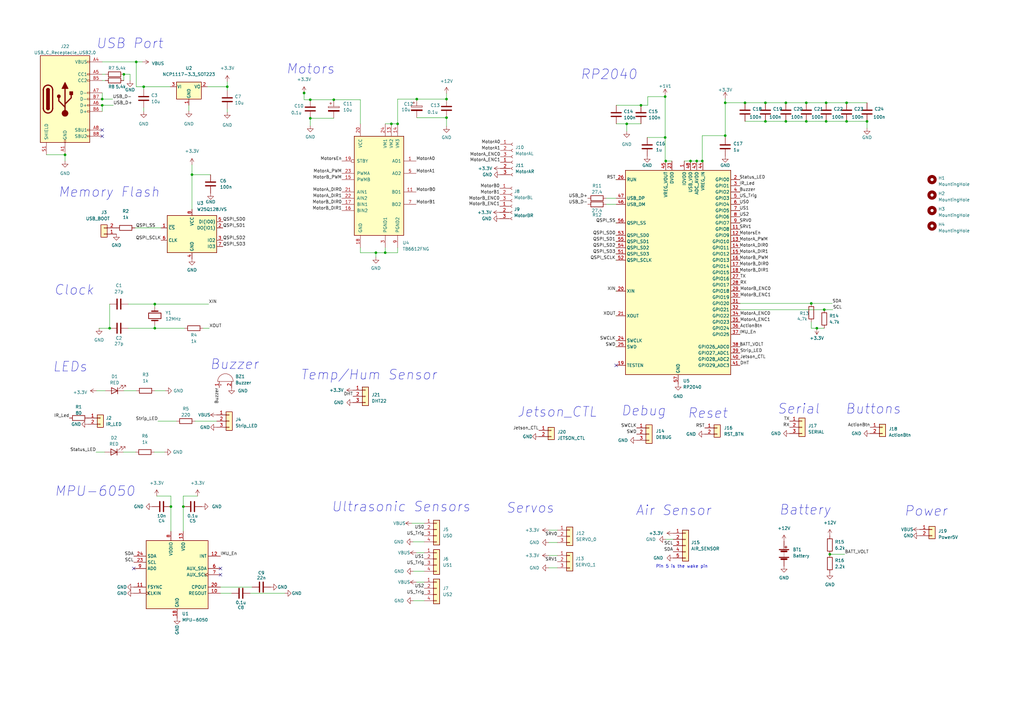
<source format=kicad_sch>
(kicad_sch (version 20230121) (generator eeschema)
  (paper "A3")
  (title_block (title "hubbie_mboard") (date "2023-02-07") (company "fortisix"))
  (junction (at 183.134 40.64))
  (junction (at 330.708 49.784))
  (junction (at 63.5 134.62))
  (junction (at 335.026 134.62))
  (junction (at 297.434 55.626))
  (junction (at 322.326 49.784))
  (junction (at 330.708 42.164))
  (junction (at 183.134 48.26))
  (junction (at 355.6 49.784))
  (junction (at 338.836 42.164))
  (junction (at 154.178 103.632))
  (junction (at 93.218 35.56))
  (junction (at 55.88 25.4))
  (junction (at 338.074 127))
  (junction (at 273.05 66.04))
  (junction (at 157.988 103.632))
  (junction (at 305.562 42.164))
  (junction (at 163.068 50.8))
  (junction (at 288.036 66.04))
  (junction (at 160.528 50.8))
  (junction (at 124.714 38.1404))
  (junction (at 78.74 71.628))
  (junction (at 340.36 227.33))
  (junction (at 70.104 207.772))
  (junction (at 41.91 40.64))
  (junction (at 347.218 49.784))
  (junction (at 26.67 63.5))
  (junction (at 297.434 42.164))
  (junction (at 50.8 30.48))
  (junction (at 322.326 42.164))
  (junction (at 58.928 35.56))
  (junction (at 347.218 42.164))
  (junction (at 272.796 39.624))
  (junction (at 127.254 48.514))
  (junction (at 332.74 124.46))
  (junction (at 313.944 49.784))
  (junction (at 257.048 50.8))
  (junction (at 338.836 49.784))
  (junction (at 75.184 207.772))
  (junction (at 41.91 43.18))
  (junction (at 283.21 66.04))
  (junction (at 44.958 134.62))
  (junction (at 170.942 40.64))
  (junction (at 127.254 40.894))
  (junction (at 63.5 124.714))
  (junction (at 136.906 40.894))
  (junction (at 313.944 42.164))
  (junction (at 272.796 56.388))
  (junction (at 285.75 66.04))
  (junction (at 262.89 43.18))
  (no_connect (at 41.91 53.34))
  (no_connect (at 90.424 233.172))
  (no_connect (at 54.864 233.172))
  (no_connect (at 41.91 55.88))
  (no_connect (at 90.424 235.712))
  (no_connect (at 252.73 149.86))
  (wire (pts (xy 170.942 48.26) (xy 183.134 48.26)))
  (wire (pts (xy 170.815 226.695) (xy 173.99 226.695)))
  (wire (pts (xy 303.53 137.16) (xy 303.276 137.16)))
  (wire (pts (xy 157.988 50.8) (xy 160.528 50.8)))
  (wire (pts (xy 225.044 222.504) (xy 228.6 222.504)))
  (wire (pts (xy 330.708 42.164) (xy 338.836 42.164)))
  (wire (pts (xy 93.218 33.528) (xy 93.218 35.56)))
  (wire (pts (xy 163.068 50.8) (xy 163.068 40.64)))
  (wire (pts (xy 154.178 103.632) (xy 157.988 103.632)))
  (wire (pts (xy 93.218 44.704) (xy 93.218 45.974)))
  (wire (pts (xy 168.91 214.63) (xy 173.99 214.63)))
  (wire (pts (xy 183.134 38.354) (xy 183.134 40.64)))
  (wire (pts (xy 77.47 43.18) (xy 77.47 45.466)))
  (wire (pts (xy 283.21 66.04) (xy 285.75 66.04)))
  (wire (pts (xy 225.044 227.838) (xy 228.6 227.838)))
  (wire (pts (xy 252.73 96.52) (xy 252.476 96.52)))
  (wire (pts (xy 41.91 33.02) (xy 43.18 33.02)))
  (wire (pts (xy 154.178 105.41) (xy 154.178 103.632)))
  (wire (pts (xy 154.178 103.632) (xy 147.828 103.632)))
  (wire (pts (xy 303.53 124.46) (xy 332.74 124.46)))
  (wire (pts (xy 70.104 203.454) (xy 64.262 203.454)))
  (wire (pts (xy 330.708 49.784) (xy 338.836 49.784)))
  (wire (pts (xy 252.73 119.38) (xy 252.476 119.38)))
  (wire (pts (xy 257.048 50.8) (xy 262.89 50.8)))
  (wire (pts (xy 313.944 42.164) (xy 322.326 42.164)))
  (wire (pts (xy 78.74 67.564) (xy 78.74 71.628)))
  (wire (pts (xy 26.67 63.5) (xy 26.67 66.04)))
  (wire (pts (xy 303.53 111.76) (xy 303.276 111.76)))
  (wire (pts (xy 127.254 48.514) (xy 127.254 51.562)))
  (wire (pts (xy 341.376 124.46) (xy 332.74 124.46)))
  (wire (pts (xy 40.64 134.62) (xy 44.958 134.62)))
  (wire (pts (xy 163.068 40.64) (xy 170.942 40.64)))
  (wire (pts (xy 305.562 49.784) (xy 313.944 49.784)))
  (wire (pts (xy 55.88 35.56) (xy 55.88 25.4)))
  (wire (pts (xy 332.74 134.62) (xy 335.026 134.62)))
  (wire (pts (xy 303.53 93.98) (xy 303.276 93.98)))
  (wire (pts (xy 58.42 25.4) (xy 55.88 25.4)))
  (wire (pts (xy 252.73 139.7) (xy 252.476 139.7)))
  (wire (pts (xy 41.91 43.18) (xy 41.91 45.72)))
  (wire (pts (xy 297.434 56.388) (xy 297.434 55.626)))
  (wire (pts (xy 127.254 40.894) (xy 136.906 40.894)))
  (wire (pts (xy 347.218 42.164) (xy 355.6 42.164)))
  (wire (pts (xy 41.91 25.4) (xy 55.88 25.4)))
  (wire (pts (xy 248.666 81.28) (xy 252.73 81.28)))
  (wire (pts (xy 93.218 37.084) (xy 93.218 35.56)))
  (wire (pts (xy 252.73 73.66) (xy 252.476 73.66)))
  (wire (pts (xy 90.424 243.332) (xy 94.996 243.332)))
  (wire (pts (xy 169.545 246.38) (xy 173.99 246.38)))
  (wire (pts (xy 252.73 104.14) (xy 252.476 104.14)))
  (wire (pts (xy 75.692 134.62) (xy 63.5 134.62)))
  (wire (pts (xy 297.434 40.386) (xy 297.434 42.164)))
  (wire (pts (xy 322.326 42.164) (xy 330.708 42.164)))
  (wire (pts (xy 55.88 35.56) (xy 58.928 35.56)))
  (wire (pts (xy 136.906 48.514) (xy 127.254 48.514)))
  (wire (pts (xy 257.048 50.8) (xy 257.048 53.848)))
  (wire (pts (xy 157.988 103.632) (xy 163.068 103.632)))
  (wire (pts (xy 303.53 109.22) (xy 303.276 109.22)))
  (wire (pts (xy 78.74 71.628) (xy 78.74 85.852)))
  (wire (pts (xy 252.73 91.44) (xy 252.476 91.44)))
  (wire (pts (xy 75.184 217.932) (xy 75.184 207.772)))
  (wire (pts (xy 303.53 88.9) (xy 303.276 88.9)))
  (wire (pts (xy 303.53 78.74) (xy 303.276 78.74)))
  (wire (pts (xy 252.73 50.8) (xy 257.048 50.8)))
  (wire (pts (xy 252.73 129.54) (xy 252.476 129.54)))
  (wire (pts (xy 169.545 234.315) (xy 173.99 234.315)))
  (wire (pts (xy 355.6 49.784) (xy 355.6 52.578)))
  (wire (pts (xy 163.068 103.632) (xy 163.068 101.6)))
  (wire (pts (xy 64.77 172.72) (xy 72.39 172.72)))
  (wire (pts (xy 285.75 66.04) (xy 288.036 66.04)))
  (wire (pts (xy 53.34 30.48) (xy 53.34 33.02)))
  (wire (pts (xy 273.05 66.04) (xy 275.59 66.04)))
  (wire (pts (xy 335.026 134.62) (xy 338.074 134.62)))
  (wire (pts (xy 124.714 40.894) (xy 127.254 40.894)))
  (wire (pts (xy 297.434 42.164) (xy 305.562 42.164)))
  (wire (pts (xy 70.104 217.932) (xy 70.104 207.772)))
  (wire (pts (xy 147.828 40.894) (xy 147.828 50.8)))
  (wire (pts (xy 252.73 99.06) (xy 252.476 99.06)))
  (wire (pts (xy 39.624 160.274) (xy 43.18 160.274)))
  (wire (pts (xy 85.598 124.714) (xy 63.5 124.714)))
  (wire (pts (xy 280.67 66.04) (xy 283.21 66.04)))
  (wire (pts (xy 225.044 217.424) (xy 228.6 217.424)))
  (wire (pts (xy 50.8 160.274) (xy 55.88 160.274)))
  (wire (pts (xy 322.326 49.784) (xy 330.708 49.784)))
  (wire (pts (xy 170.942 40.64) (xy 183.134 40.64)))
  (wire (pts (xy 63.5 134.62) (xy 63.5 133.35)))
  (wire (pts (xy 50.546 185.42) (xy 55.626 185.42)))
  (wire (pts (xy 157.988 103.632) (xy 157.988 101.6)))
  (wire (pts (xy 303.53 99.06) (xy 303.276 99.06)))
  (wire (pts (xy 124.714 38.1404) (xy 124.714 40.894)))
  (wire (pts (xy 341.63 127) (xy 338.074 127)))
  (wire (pts (xy 273.05 221.234) (xy 276.098 221.234)))
  (wire (pts (xy 347.218 49.784) (xy 355.6 49.784)))
  (wire (pts (xy 288.29 66.04) (xy 288.036 66.04)))
  (wire (pts (xy 252.73 106.68) (xy 252.476 106.68)))
  (wire (pts (xy 70.104 207.772) (xy 70.104 203.454)))
  (wire (pts (xy 272.796 56.388) (xy 272.796 66.04)))
  (wire (pts (xy 58.928 44.196) (xy 58.928 45.72)))
  (wire (pts (xy 52.578 124.714) (xy 63.5 124.714)))
  (wire (pts (xy 303.53 76.2) (xy 303.276 76.2)))
  (wire (pts (xy 19.05 63.5) (xy 26.67 63.5)))
  (wire (pts (xy 102.616 243.332) (xy 116.84 243.332)))
  (wire (pts (xy 265.43 56.388) (xy 272.796 56.388)))
  (wire (pts (xy 63.5 124.714) (xy 63.5 125.73)))
  (wire (pts (xy 50.8 30.48) (xy 50.8 33.02)))
  (wire (pts (xy 340.36 227.33) (xy 346.456 227.33)))
  (wire (pts (xy 303.53 73.66) (xy 303.276 73.66)))
  (wire (pts (xy 90.424 240.792) (xy 103.378 240.792)))
  (wire (pts (xy 124.714 38.1) (xy 124.714 38.1404)))
  (wire (pts (xy 303.53 96.52) (xy 303.276 96.52)))
  (wire (pts (xy 160.528 50.8) (xy 163.068 50.8)))
  (wire (pts (xy 265.684 39.624) (xy 272.796 39.624)))
  (wire (pts (xy 297.434 42.164) (xy 297.434 55.626)))
  (wire (pts (xy 288.036 55.626) (xy 297.434 55.626)))
  (wire (pts (xy 169.418 222.25) (xy 173.99 222.25)))
  (wire (pts (xy 248.666 83.82) (xy 252.73 83.82)))
  (wire (pts (xy 338.836 42.164) (xy 347.218 42.164)))
  (wire (pts (xy 58.928 35.56) (xy 58.928 36.576)))
  (wire (pts (xy 303.53 101.6) (xy 303.276 101.6)))
  (wire (pts (xy 272.796 39.624) (xy 272.796 56.388)))
  (wire (pts (xy 41.91 38.1) (xy 41.91 40.64)))
  (wire (pts (xy 332.74 134.62) (xy 332.74 132.08)))
  (wire (pts (xy 273.05 66.04) (xy 272.796 66.04)))
  (wire (pts (xy 170.815 238.76) (xy 173.99 238.76)))
  (wire (pts (xy 265.684 43.18) (xy 265.684 39.624)))
  (wire (pts (xy 303.53 81.28) (xy 303.276 81.28)))
  (wire (pts (xy 83.312 134.62) (xy 85.852 134.62)))
  (wire (pts (xy 303.53 91.44) (xy 303.276 91.44)))
  (wire (pts (xy 39.37 185.42) (xy 42.926 185.42)))
  (wire (pts (xy 52.578 134.62) (xy 63.5 134.62)))
  (wire (pts (xy 93.218 35.56) (xy 85.09 35.56)))
  (wire (pts (xy 183.134 48.26) (xy 183.134 51.816)))
  (wire (pts (xy 63.246 185.42) (xy 67.564 185.42)))
  (wire (pts (xy 305.562 42.164) (xy 313.944 42.164)))
  (wire (pts (xy 147.828 103.632) (xy 147.828 101.6)))
  (wire (pts (xy 78.74 71.628) (xy 86.36 71.628)))
  (wire (pts (xy 80.01 172.72) (xy 88.9 172.72)))
  (wire (pts (xy 225.044 232.918) (xy 228.6 232.918)))
  (wire (pts (xy 288.036 66.04) (xy 288.036 55.626)))
  (wire (pts (xy 303.53 127) (xy 338.074 127)))
  (wire (pts (xy 252.73 101.6) (xy 252.476 101.6)))
  (wire (pts (xy 136.906 40.894) (xy 147.828 40.894)))
  (wire (pts (xy 63.5 160.274) (xy 67.818 160.274)))
  (wire (pts (xy 75.184 203.454) (xy 81.026 203.454)))
  (wire (pts (xy 252.73 142.24) (xy 252.476 142.24)))
  (wire (pts (xy 303.53 106.68) (xy 303.276 106.68)))
  (wire (pts (xy 303.53 104.14) (xy 303.276 104.14)))
  (wire (pts (xy 58.928 35.56) (xy 69.85 35.56)))
  (wire (pts (xy 303.53 86.36) (xy 303.276 86.36)))
  (wire (pts (xy 50.8 30.48) (xy 53.34 30.48)))
  (wire (pts (xy 262.89 43.18) (xy 265.684 43.18)))
  (wire (pts (xy 44.958 124.714) (xy 44.958 134.62)))
  (wire (pts (xy 41.91 43.18) (xy 46.482 43.18)))
  (wire (pts (xy 313.944 49.784) (xy 322.326 49.784)))
  (wire (pts (xy 272.796 39.116) (xy 272.796 39.624)))
  (wire (pts (xy 252.73 43.18) (xy 262.89 43.18)))
  (wire (pts (xy 303.53 83.82) (xy 303.276 83.82)))
  (wire (pts (xy 75.184 207.772) (xy 75.184 203.454)))
  (wire (pts (xy 41.91 40.64) (xy 46.228 40.64)))
  (wire (pts (xy 303.53 142.24) (xy 303.276 142.24)))
  (wire (pts (xy 55.372 93.472) (xy 66.04 93.472)))
  (wire (pts (xy 41.91 30.48) (xy 43.18 30.48)))
  (wire (pts (xy 338.836 49.784) (xy 347.218 49.784)))
  (text "Pin 5 is the wake pin" (at 268.986 233.172 0) (effects (font (size 1.27 1.27)) (justify left bottom)))
  (text "Jetson_CTL" (at 212.09 171.45 0) (effects (font (size 4 4) italic) (justify left bottom)))
  (text "Power" (at 370.84 212.09 0) (effects (font (size 4 4) italic) (justify left bottom)))
  (text "Debug" (at 254.762 170.942 0) (effects (font (size 4 4) italic) (justify left bottom)))
  (text "Buzzer" (at 86.106 151.892 0) (effects (font (size 4 4) italic) (justify left bottom)))
  (text "Memory Flash" (at 23.876 81.28 0) (effects (font (size 4 4) italic) (justify left bottom)))
  (text "Reset" (at 281.94 171.958 0) (effects (font (size 4 4) italic) (justify left bottom)))
  (text "Ultrasonic Sensors" (at 135.89 210.312 0) (effects (font (size 4 4) italic) (justify left bottom)))
  (text "Servos" (at 207.518 210.82 0) (effects (font (size 4 4) italic) (justify left bottom)))
  (text "Temp/Hum Sensor" (at 123.19 156.21 0) (effects (font (size 4 4) italic) (justify left bottom)))
  (text "RP2040" (at 237.998 33.02 0) (effects (font (size 4 4) italic) (justify left bottom)))
  (text "Buttons" (at 346.71 170.18 0) (effects (font (size 4 4) italic) (justify left bottom)))
  (text "Clock" (at 22.098 121.412 0) (effects (font (size 4 4) italic) (justify left bottom)))
  (text "MPU-6050" (at 22.352 203.962 0) (effects (font (size 4 4) italic) (justify left bottom)))
  (text "Serial" (at 318.77 170.18 0) (effects (font (size 4 4) italic) (justify left bottom)))
  (text "Motors" (at 117.348 30.734 0) (effects (font (size 4 4) italic) (justify left bottom)))
  (text "Battery" (at 319.532 211.582 0) (effects (font (size 4 4) italic) (justify left bottom)))
  (text "USB Port" (at 39.37 20.32 0) (effects (font (size 4 4) italic) (justify left bottom)))
  (text "LEDs" (at 21.59 152.908 0) (effects (font (size 4 4) italic) (justify left bottom)))
  (text "Air Sensor" (at 260.604 211.836 0) (effects (font (size 4 4) italic) (justify left bottom)))
  (label "MotorB1" (at 170.688 83.82 0))
  (label "SDA" (at 276.098 226.314 180))
  (label "US1" (at 303.276 86.36 0))
  (label "SWD" (at 261.112 178.054 180))
  (label "XOUT" (at 252.476 129.54 180))
  (label "TX" (at 323.85 172.72 180))
  (label "MotorsEn" (at 140.208 66.04 180))
  (label "SCL" (at 54.864 230.632 180))
  (label "USB_D-" (at 46.228 40.64 0))
  (label "Jetson_CTL" (at 220.98 176.53 180))
  (label "MotorB_ENC1" (at 303.53 121.92 0))
  (label "MotorA_DIR0" (at 140.208 78.74 180))
  (label "XIN" (at 252.476 119.38 180))
  (label "RX" (at 303.53 116.84 0))
  (label "Buzzer" (at 303.276 78.74 0))
  (label "QSPI_SCLK" (at 66.04 98.552 180))
  (label "IMU_En" (at 90.424 228.092 0))
  (label "MotorB_ENC0" (at 303.53 119.38 0))
  (label "MotorB0" (at 170.688 78.74 0))
  (label "MotorA1" (at 170.688 71.12 0))
  (label "IMU_En" (at 303.276 137.16 0))
  (label "US_Trig" (at 303.276 81.28 0))
  (label "QSPI_SD3" (at 252.476 104.14 180))
  (label "MotorA0" (at 205.232 59.182 180))
  (label "QSPI_SD0" (at 252.476 96.52 180))
  (label "QSPI_SS" (at 63.754 93.472 180))
  (label "Jetson_CTL" (at 303.53 147.32 0))
  (label "DHT" (at 303.53 149.86 0))
  (label "IR_Led" (at 28.448 171.45 180))
  (label "QSPI_SD2" (at 91.44 98.552 0))
  (label "US_Trig" (at 173.99 219.71 180))
  (label "MotorsEn" (at 303.276 96.52 0))
  (label "MotorA_PWM" (at 303.276 99.06 0))
  (label "US0" (at 303.276 83.82 0))
  (label "QSPI_SS" (at 252.476 91.44 180))
  (label "MotorB_PWM" (at 303.276 106.68 0))
  (label "MotorB_ENC0" (at 204.978 82.296 180))
  (label "US2" (at 173.99 241.3 180))
  (label "TX" (at 303.53 114.3 0))
  (label "Status_LED" (at 303.276 73.66 0))
  (label "MotorB1" (at 204.978 79.756 180))
  (label "MotorA_ENC0" (at 303.53 129.54 0))
  (label "SRV0" (at 303.276 91.44 0))
  (label "ActionBtn" (at 303.53 134.62 0))
  (label "MotorA_ENC0" (at 205.232 64.262 180))
  (label "Strip_LED" (at 303.53 144.78 0))
  (label "QSPI_SD3" (at 91.44 101.092 0))
  (label "USB_D+" (at 241.046 81.28 180))
  (label "MotorB_DIR0" (at 303.276 109.22 0))
  (label "MotorA1" (at 205.232 61.722 180))
  (label "MotorB_DIR1" (at 303.276 111.76 0))
  (label "Buzzer" (at 89.916 159.004 270))
  (label "QSPI_SD2" (at 252.476 101.6 180))
  (label "US1" (at 173.99 229.235 180))
  (label "BATT_VOLT" (at 346.456 227.33 0))
  (label "US_Trig" (at 173.99 231.775 180))
  (label "DHT" (at 144.78 162.56 180))
  (label "USB_D-" (at 241.046 83.82 180))
  (label "US0" (at 173.99 217.17 180))
  (label "SRV0" (at 228.6 219.964 180))
  (label "MotorA_ENC1" (at 205.232 66.548 180))
  (label "Strip_LED" (at 64.77 172.72 180))
  (label "RST" (at 289.052 175.514 180))
  (label "QSPI_SD0" (at 91.44 90.932 0))
  (label "MotorB_DIR1" (at 140.208 86.36 180))
  (label "MotorA_DIR1" (at 140.208 81.28 180))
  (label "SCL" (at 341.63 127 0))
  (label "XOUT" (at 85.852 134.62 0))
  (label "BATT_VOLT" (at 303.276 142.24 0))
  (label "MotorA_ENC1" (at 303.53 132.08 0))
  (label "MotorA_DIR0" (at 303.276 101.6 0))
  (label "MotorA0" (at 170.688 66.04 0))
  (label "SWCLK" (at 261.112 175.514 180))
  (label "USB_D+" (at 46.482 43.18 0))
  (label "SCL" (at 276.098 223.774 180))
  (label "MotorA_PWM" (at 140.208 71.12 180))
  (label "QSPI_SD1" (at 252.476 99.06 180))
  (label "Status_LED" (at 39.37 185.42 180))
  (label "MotorA_DIR1" (at 303.276 104.14 0))
  (label "US_Trig" (at 173.99 243.84 180))
  (label "ActionBtn" (at 356.87 175.26 180))
  (label "MotorB_DIR0" (at 140.208 83.82 180))
  (label "RST" (at 252.476 73.66 180))
  (label "SWD" (at 252.476 142.24 180))
  (label "RX" (at 323.85 175.26 180))
  (label "US2" (at 303.276 88.9 0))
  (label "QSPI_SD1" (at 91.44 93.472 0))
  (label "QSPI_SCLK" (at 252.476 106.68 180))
  (label "MotorB0" (at 204.978 77.216 180))
  (label "SDA" (at 341.376 124.46 0))
  (label "MotorB_PWM" (at 140.208 73.66 180))
  (label "XIN" (at 85.598 124.714 0))
  (label "MotorB_ENC1" (at 204.978 84.582 180))
  (label "SRV1" (at 303.276 93.98 0))
  (label "SWCLK" (at 252.476 139.7 180))
  (label "IR_Led" (at 303.276 76.2 0))
  (label "SRV1" (at 228.6 230.378 180))
  (label "SDA" (at 54.864 228.092 180))
  (symbol (lib_id "power:VBUS") (at 170.815 226.695 90) (unit 1)
    (property "Reference" "#PWR03" (effects hide))
    (property "Value" "VBUS" (at 168.275 226.695 90) (effects (justify left)))
  )
  (symbol (lib_id "power:GND") (at 278.13 157.48 0) (unit 1)
    (property "Reference" "#PWR0157" (effects hide))
    (property "Value" "GND" (at 278.13 162.56 0))
  )
  (symbol (lib_id "power:GND") (at 355.6 52.578 0) (unit 1)
    (property "Reference" "#PWR0145" (effects hide))
    (property "Value" "GND" (at 355.6 56.388 0))
  )
  (symbol (lib_id "Connector:Conn_01x03_Female") (at 210.058 87.122 0) (unit 1)
    (property "Reference" "J9" (at 210.82 85.8519 0) (effects (justify left)))
    (property "Value" "MotorBR" (at 210.82 88.3919 0) (effects (justify left)))
    (property "Footprint" "Connector_JST:JST_XH_B3B-XH-A_1x03_P2.50mm_Vertical" (effects hide))
  )
  (symbol (lib_id "power:GND") (at 93.218 45.974 0) (unit 1)
    (property "Reference" "#PWR0114" (effects hide))
    (property "Value" "GND" (at 93.218 51.308 0))
  )
  (symbol (lib_id "power:GND") (at 297.434 64.008 0) (unit 1)
    (property "Reference" "#PWR0148" (effects hide))
    (property "Value" "GND" (at 297.434 67.818 0))
  )
  (symbol (lib_id "power:GND") (at 58.928 45.72 0) (unit 1)
    (property "Reference" "#PWR0115" (effects hide))
    (property "Value" "GND" (at 58.928 50.8 0))
  )
  (symbol (lib_id "Device:R") (at 340.36 231.14 0) (unit 1)
    (property "Reference" "R16" (at 342.392 229.8699 0) (effects (justify left)))
    (property "Value" "2.2k" (at 342.392 232.4099 0) (effects (justify left)))
    (property "Footprint" "Resistor_SMD:R_0603_1608Metric" (effects hide))
  )
  (symbol (lib_id "power:GND") (at 110.998 240.792 90) (unit 1)
    (property "Reference" "#PWR0141" (effects hide))
    (property "Value" "GND" (at 113.792 240.792 90) (effects (justify right)))
  )
  (symbol (lib_id "power:+3.3V") (at 144.78 160.02 90) (unit 1)
    (property "Reference" "#PWR015" (effects hide))
    (property "Value" "+3.3V" (at 140.97 160.0199 90) (effects (justify left)))
  )
  (symbol (lib_id "power:GND") (at 77.47 45.466 0) (unit 1)
    (property "Reference" "#PWR0116" (effects hide))
    (property "Value" "GND" (at 77.47 50.8 0))
  )
  (symbol (lib_id "power:GND") (at 225.044 232.918 270) (unit 1)
    (property "Reference" "#PWR0154" (effects hide))
    (property "Value" "GND" (at 221.234 232.9179 90) (effects (justify right)))
  )
  (symbol (lib_id "Connector_Generic:Conn_01x04") (at 179.07 217.17 0) (unit 1)
    (property "Reference" "J5" (at 181.61 217.1699 0) (effects (justify left)))
    (property "Value" "US0" (at 181.61 219.7099 0) (effects (justify left)))
    (property "Footprint" "Connector_JST:JST_XH_B4B-XH-A_1x04_P2.50mm_Vertical" (effects hide))
  )
  (symbol (lib_id "power:GND") (at 53.34 33.02 0) (unit 1)
    (property "Reference" "#PWR017" (effects hide))
    (property "Value" "GND" (at 53.34 36.83 0))
  )
  (symbol (lib_id "power:GND") (at 340.36 234.95 0) (unit 1)
    (property "Reference" "#PWR0162" (effects hide))
    (property "Value" "GND" (at 340.36 239.776 0))
  )
  (symbol (lib_id "power:GND") (at 205.232 71.628 270) (unit 1)
    (property "Reference" "#PWR0130" (effects hide))
    (property "Value" "GND" (at 201.93 71.6279 90) (effects (justify right)))
  )
  (symbol (lib_id "Device:C_Polarized") (at 136.906 44.704 0) (unit 1)
    (property "Reference" "C11" (at 140.716 42.5449 0) (effects (justify left)))
    (property "Value" "10u" (at 140.716 45.0849 0) (effects (justify left)))
    (property "Footprint" "Capacitor_SMD:CP_Elec_4x5.4" (effects hide))
  )
  (symbol (lib_id "Connector_Generic:Conn_01x05") (at 281.178 223.774 0) (unit 1)
    (property "Reference" "J15" (at 283.464 222.5039 0) (effects (justify left)))
    (property "Value" "AIR_SENSOR" (at 283.464 225.0439 0) (effects (justify left)))
    (property "Footprint" "Connector_JST:JST_XH_B5B-XH-AM_1x05_P2.50mm_Vertical" (effects hide))
  )
  (symbol (lib_id "Device:R") (at 244.856 81.28 90) (unit 1)
    (property "Reference" "R11" (at 244.856 76.2 90))
    (property "Value" "27.4" (at 244.856 78.74 90))
    (property "Footprint" "Resistor_SMD:R_0603_1608Metric" (effects hide))
  )
  (symbol (lib_id "power:GND") (at 169.418 222.25 270) (unit 1)
    (property "Reference" "#PWR0119" (effects hide))
    (property "Value" "GND" (at 165.608 222.2499 90) (effects (justify right)))
  )
  (symbol (lib_id "power:GND") (at 54.864 243.332 270) (unit 1)
    (property "Reference" "#PWR0134" (effects hide))
    (property "Value" "GND" (at 52.07 243.332 90) (effects (justify right)))
  )
  (symbol (lib_id "Connector_Generic:Conn_01x03") (at 233.68 219.964 0) (unit 1)
    (property "Reference" "J12" (at 236.22 218.6939 0) (effects (justify left)))
    (property "Value" "SERVO_0" (at 236.22 221.2339 0) (effects (justify left)))
    (property "Footprint" "Connector_JST:JST_XH_B3B-XH-A_1x03_P2.50mm_Vertical" (effects hide))
  )
  (symbol (lib_id "Device:C") (at 355.6 45.974 0) (unit 1)
    (property "Reference" "C24" (at 358.648 44.704 0) (effects (justify left)))
    (property "Value" "100n" (at 358.14 48.006 0) (effects (justify left)))
    (property "Footprint" "Capacitor_SMD:C_0603_1608Metric" (effects hide))
  )
  (symbol (lib_id "power:+3.3V") (at 39.624 160.274 90) (unit 1)
    (property "Reference" "#PWR014" (effects hide))
    (property "Value" "+3.3V" (at 35.814 160.909 90) (effects (justify left)))
  )
  (symbol (lib_id "power:GND") (at 225.044 222.504 270) (unit 1)
    (property "Reference" "#PWR0156" (effects hide))
    (property "Value" "GND" (at 221.234 222.5039 90) (effects (justify right)))
  )
  (symbol (lib_id "Device:C") (at 262.89 46.99 0) (unit 1)
    (property "Reference" "C15" (at 265.938 45.7199 0) (effects (justify left)))
    (property "Value" "100n" (at 265.938 48.2599 0) (effects (justify left)))
    (property "Footprint" "Capacitor_SMD:C_0603_1608Metric" (effects hide))
  )
  (symbol (lib_id "Connector_Generic:Conn_01x02") (at 294.132 175.514 0) (unit 1)
    (property "Reference" "J16" (at 296.926 175.5139 0) (effects (justify left)))
    (property "Value" "RST_BTN" (at 296.926 178.0539 0) (effects (justify left)))
    (property "Footprint" "Button_Switch_SMD:SW_Tactile_SPST_NO_Straight_CK_PTS636Sx25SMTRLFS" (effects hide))
  )
  (symbol (lib_id "power:GND") (at 289.052 178.054 270) (unit 1)
    (property "Reference" "#PWR0158" (effects hide))
    (property "Value" "GND" (at 285.496 178.0539 90) (effects (justify right)))
  )
  (symbol (lib_id "power:+3.3V") (at 225.044 227.838 90) (unit 1)
    (property "Reference" "#PWR0153" (effects hide))
    (property "Value" "+3.3V" (at 221.234 227.8379 90) (effects (justify left)))
  )
  (symbol (lib_id "power:GND") (at 86.36 79.248 0) (unit 1)
    (property "Reference" "#PWR0142" (effects hide))
    (property "Value" "GND" (at 86.36 82.804 0))
  )
  (symbol (lib_id "power:+3.3V") (at 93.218 33.528 0) (unit 1)
    (property "Reference" "#PWR0113" (effects hide))
    (property "Value" "+3.3V" (at 93.218 27.94 0))
  )
  (symbol (lib_id "Device:C") (at 48.768 124.714 90) (unit 1)
    (property "Reference" "C1" (at 48.768 117.094 90))
    (property "Value" "27p" (at 48.768 119.634 90))
    (property "Footprint" "Capacitor_SMD:C_0603_1608Metric" (effects hide))
  )
  (symbol (lib_id "power:GND") (at 82.804 207.772 90) (unit 1)
    (property "Reference" "#PWR0137" (effects hide))
    (property "Value" "GND" (at 86.868 207.7719 90) (effects (justify right)))
  )
  (symbol (lib_id "Device:R") (at 32.258 171.45 90) (unit 1)
    (property "Reference" "R1" (at 32.258 166.878 90))
    (property "Value" "80" (at 32.258 169.418 90))
    (property "Footprint" "Resistor_SMD:R_0603_1608Metric" (effects hide))
  )
  (symbol (lib_id "MCU_RaspberryPi:RP2040") (at 278.13 111.76 0) (unit 1)
    (property "Reference" "U5" (at 280.1494 156.21 0) (effects (justify left)))
    (property "Value" "RP2040" (at 280.1494 158.75 0) (effects (justify left)))
    (property "Footprint" "Package_DFN_QFN:QFN-56-1EP_7x7mm_P0.4mm_EP3.2x3.2mm" (effects hide))
    (property "Datasheet" "https://datasheets.raspberrypi.com/rp2040/rp2040-datasheet.pdf" (effects hide))
  )
  (symbol (lib_id "Device:Battery") (at 321.564 227.076 0) (unit 1)
    (property "Reference" "BT1" (at 325.12 225.4249 0) (effects (justify left)))
    (property "Value" "Battery" (at 325.12 227.9649 0) (effects (justify left)))
    (property "Footprint" "Connector_AMASS:AMASS_XT60-F_1x02_P7.20mm_Vertical" (effects hide))
  )
  (symbol (lib_id "power:GND") (at 377.19 219.71 270) (unit 1)
    (property "Reference" "#PWR09" (effects hide))
    (property "Value" "GND" (at 374.65 219.71 90) (effects (justify right)))
  )
  (symbol (lib_id "power:VBUS") (at 168.91 214.63 90) (unit 1)
    (property "Reference" "#PWR02" (effects hide))
    (property "Value" "VBUS" (at 166.37 214.63 90) (effects (justify left)))
  )
  (symbol (lib_id "Mechanical:MountingHole") (at 382.27 80.01 0) (unit 1)
    (property "Reference" "H2" (at 384.81 79.375 0) (effects (justify left)))
    (property "Value" "MountingHole" (at 384.81 81.915 0) (effects (justify left)))
    (property "Footprint" "MountingHole:MountingHole_2.2mm_M2" (effects hide))
  )
  (symbol (lib_id "power:GND") (at 67.564 185.42 90) (unit 1)
    (property "Reference" "#PWR012" (effects hide))
    (property "Value" "GND" (at 70.866 185.4199 90) (effects (justify right)))
  )
  (symbol (lib_id "power:VBUS") (at 58.42 25.4 270) (unit 1)
    (property "Reference" "#PWR0111" (effects hide))
    (property "Value" "VBUS" (at 62.23 26.035 90) (effects (justify left)))
  )
  (symbol (lib_id "Mechanical:MountingHole") (at 382.27 86.36 0) (unit 1)
    (property "Reference" "H3" (at 384.81 85.725 0) (effects (justify left)))
    (property "Value" "MountingHole" (at 384.81 88.265 0) (effects (justify left)))
    (property "Footprint" "MountingHole:MountingHole_2.2mm_M2" (effects hide))
  )
  (symbol (lib_id "power:+3.3V") (at 204.978 87.122 90) (unit 1)
    (property "Reference" "#PWR0131" (effects hide))
    (property "Value" "+3.3V" (at 201.676 87.1219 90) (effects (justify left)))
  )
  (symbol (lib_id "Device:R") (at 340.36 223.52 0) (unit 1)
    (property "Reference" "R15" (at 342.392 222.2499 0) (effects (justify left)))
    (property "Value" "6.2k" (at 342.392 224.7899 0) (effects (justify left)))
    (property "Footprint" "Resistor_SMD:R_0603_1608Metric" (effects hide))
  )
  (symbol (lib_id "power:+3.3V") (at 335.026 134.62 180) (unit 1)
    (property "Reference" "#PWR0161" (effects hide))
    (property "Value" "+3.3V" (at 335.026 138.684 0))
  )
  (symbol (lib_id "power:GND") (at 127.254 51.562 0) (unit 1)
    (property "Reference" "#PWR0101" (effects hide))
    (property "Value" "GND" (at 127.254 56.134 0))
  )
  (symbol (lib_id "Device:C") (at 107.188 240.792 270) (unit 1)
    (property "Reference" "C9" (at 107.188 234.95 90))
    (property "Value" "22n" (at 107.188 236.982 90))
    (property "Footprint" "Capacitor_SMD:C_0603_1608Metric" (effects hide))
  )
  (symbol (lib_id "power:VBUS") (at 170.815 238.76 90) (unit 1)
    (property "Reference" "#PWR04" (effects hide))
    (property "Value" "VBUS" (at 168.275 238.76 90) (effects (justify left)))
  )
  (symbol (lib_id "power:GND") (at 257.048 53.848 0) (unit 1)
    (property "Reference" "#PWR0160" (effects hide))
    (property "Value" "GND" (at 257.048 59.182 0))
  )
  (symbol (lib_id "power:+3.3V") (at 124.714 38.1404 0) (unit 1)
    (property "Reference" "#PWR011" (effects hide))
    (property "Value" "+3.3V" (at 124.714 32.5524 0))
  )
  (symbol (lib_id "Connector:Conn_01x03_Female") (at 210.312 69.088 0) (unit 1)
    (property "Reference" "J11" (at 211.328 67.8179 0) (effects (justify left)))
    (property "Value" "MotorAR" (at 211.328 70.3579 0) (effects (justify left)))
    (property "Footprint" "Connector_JST:JST_XH_B3B-XH-A_1x03_P2.50mm_Vertical" (effects hide))
  )
  (symbol (lib_id "power:VBUS") (at 377.19 217.17 90) (unit 1)
    (property "Reference" "#PWR08" (effects hide))
    (property "Value" "VBUS" (at 374.65 217.17 90) (effects (justify left)))
  )
  (symbol (lib_id "power:GND") (at 94.996 159.004 0) (unit 1)
    (property "Reference" "#PWR0104" (effects hide))
    (property "Value" "GND" (at 97.536 160.2739 0) (effects (justify left)))
  )
  (symbol (lib_id "Device:C_Polarized") (at 170.942 44.45 0) (unit 1)
    (property "Reference" "C12" (at 165.608 42.672 0) (effects (justify left)))
    (property "Value" "10u" (at 164.592 44.958 0) (effects (justify left)))
    (property "Footprint" "Capacitor_SMD:CP_Elec_4x5.4" (effects hide))
  )
  (symbol (lib_id "power:GND") (at 154.178 105.41 0) (unit 1)
    (property "Reference" "#PWR0102" (effects hide))
    (property "Value" "GND" (at 154.178 109.982 0))
  )
  (symbol (lib_id "Connector_Generic:Conn_01x03") (at 149.86 162.56 0) (unit 1)
    (property "Reference" "J21" (at 152.4 161.925 0) (effects (justify left)))
    (property "Value" "DHT22" (at 152.4 164.465 0) (effects (justify left)))
    (property "Footprint" "Connector_JST:JST_XH_B3B-XH-A_1x03_P2.50mm_Vertical" (effects hide))
  )
  (symbol (lib_id "Device:C") (at 78.994 207.772 90) (unit 1)
    (property "Reference" "C5" (at 78.994 213.614 90))
    (property "Value" "0.1u" (at 78.994 211.582 90))
    (property "Footprint" "Capacitor_SMD:C_0603_1608Metric" (effects hide))
  )
  (symbol (lib_id "power:+12V") (at 340.36 219.71 0) (unit 1)
    (property "Reference" "#PWR0163" (effects hide))
    (property "Value" "+12V" (at 340.36 214.376 0))
  )
  (symbol (lib_id "power:+3.3V") (at 297.434 40.386 0) (unit 1)
    (property "Reference" "#PWR0146" (effects hide))
    (property "Value" "+3.3V" (at 297.434 36.83 0))
  )
  (symbol (lib_id "Device:C") (at 252.73 46.99 0) (unit 1)
    (property "Reference" "C14" (at 255.778 45.7199 0) (effects (justify left)))
    (property "Value" "100n" (at 255.778 48.2599 0) (effects (justify left)))
    (property "Footprint" "Capacitor_SMD:C_0603_1608Metric" (effects hide))
  )
  (symbol (lib_id "Device:R") (at 244.856 83.82 270) (unit 1)
    (property "Reference" "R12" (at 244.856 88.138 90))
    (property "Value" "27.4" (at 244.856 86.36 90))
    (property "Footprint" "Resistor_SMD:R_0603_1608Metric" (effects hide))
  )
  (symbol (lib_id "power:GND") (at 273.05 221.234 270) (unit 1)
    (property "Reference" "#PWR0151" (effects hide))
    (property "Value" "GND" (at 268.986 221.2339 90) (effects (justify right)))
  )
  (symbol (lib_id "Connector_Generic:Conn_01x03") (at 266.192 178.054 0) (unit 1)
    (property "Reference" "J14" (at 268.986 176.7839 0) (effects (justify left)))
    (property "Value" "DEBUG" (at 268.986 179.3239 0) (effects (justify left)))
    (property "Footprint" "Connector_PinSocket_2.54mm:PinSocket_1x03_P2.54mm_Vertical" (effects hide))
  )
  (symbol (lib_id "power:+3.3V") (at 81.026 203.454 0) (unit 1)
    (property "Reference" "#PWR0136" (effects hide))
    (property "Value" "+3.3V" (at 81.026 198.12 0))
  )
  (symbol (lib_id "Connector_Generic:Conn_01x03") (at 328.93 175.26 0) (unit 1)
    (property "Reference" "J17" (at 331.47 174.625 0) (effects (justify left)))
    (property "Value" "SERIAL" (at 331.47 177.165 0) (effects (justify left)))
    (property "Footprint" "Connector_JST:JST_XH_B3B-XH-A_1x03_P2.50mm_Vertical" (effects hide))
  )
  (symbol (lib_id "Connector_Generic:Conn_01x03") (at 93.98 172.72 0) (unit 1)
    (property "Reference" "J4" (at 96.52 172.085 0) (effects (justify left)))
    (property "Value" "Strip_LED" (at 96.52 174.625 0) (effects (justify left)))
    (property "Footprint" "Connector_JST:JST_XH_B3B-XH-A_1x03_P2.50mm_Vertical" (effects hide))
  )
  (symbol (lib_id "Driver_Motor:TB6612FNG") (at 155.448 76.2 0) (unit 1)
    (property "Reference" "U4" (at 165.0874 99.568 0) (effects (justify left)))
    (property "Value" "TB6612FNG" (at 165.0874 102.108 0) (effects (justify left)))
    (property "Footprint" "Package_SO:SSOP-24_5.3x8.2mm_P0.65mm" (effects hide))
    (property "Datasheet" "https://toshiba.semicon-storage.com/us/product/linear/motordriver/detail.TB6612FNG.html" (effects hide))
  )
  (symbol (lib_id "Connector_Generic:Conn_01x02") (at 41.148 171.45 0) (unit 1)
    (property "Reference" "J2" (at 43.434 171.4499 0) (effects (justify left)))
    (property "Value" "IR_LED" (at 43.434 173.9899 0) (effects (justify left)))
    (property "Footprint" "Connector_JST:JST_XH_B2B-XH-A_1x02_P2.50mm_Vertical" (effects hide))
  )
  (symbol (lib_id "Device:C") (at 265.43 60.198 0) (unit 1)
    (property "Reference" "C16" (at 268.986 58.9279 0) (effects (justify left)))
    (property "Value" "1u" (at 268.986 61.4679 0) (effects (justify left)))
    (property "Footprint" "Capacitor_SMD:C_0603_1608Metric" (effects hide))
  )
  (symbol (lib_id "Connector_Generic:Conn_01x02") (at 226.06 176.53 0) (unit 1)
    (property "Reference" "J20" (at 228.6 177.165 0) (effects (justify left)))
    (property "Value" "JETSON_CTL" (at 228.6 179.705 0) (effects (justify left)))
    (property "Footprint" "Connector_PinSocket_2.54mm:PinSocket_1x02_P2.54mm_Vertical" (effects hide))
  )
  (symbol (lib_id "power:+1V1") (at 272.796 39.116 0) (unit 1)
    (property "Reference" "#PWR0159" (effects hide))
    (property "Value" "+1V1" (at 272.796 35.306 0))
  )
  (symbol (lib_id "Device:LED") (at 46.99 160.274 180) (unit 1)
    (property "Reference" "D1" (at 46.99 154.432 0))
    (property "Value" "RED" (at 46.99 156.972 0))
    (property "Footprint" "LED_SMD:LED_1206_3216Metric" (effects hide))
  )
  (symbol (lib_id "Connector_Generic:Conn_01x02") (at 361.95 175.26 0) (unit 1)
    (property "Reference" "J18" (at 364.49 175.895 0) (effects (justify left)))
    (property "Value" "ActionBtn" (at 364.49 178.435 0) (effects (justify left)))
    (property "Footprint" "Connector_JST:JST_XH_B2B-XH-A_1x02_P2.50mm_Vertical" (effects hide))
  )
  (symbol (lib_id "Connector:USB_C_Receptacle_USB2.0") (at 26.67 40.64 0) (unit 1)
    (property "Reference" "J22" (at 26.67 19.05 0))
    (property "Value" "USB_C_Receptacle_USB2.0" (at 26.67 21.59 0))
    (property "Footprint" "Connector_USB:USB_C_Receptacle_XKB_U262-16XN-4BVC11" (effects hide))
    (property "Datasheet" "https://www.usb.org/sites/default/files/documents/usb_type-c.zip" (effects hide))
  )
  (symbol (lib_id "Device:C") (at 127.254 44.704 0) (unit 1)
    (property "Reference" "C10" (at 120.65 43.434 0) (effects (justify left)))
    (property "Value" "0.1u" (at 119.38 46.228 0) (effects (justify left)))
    (property "Footprint" "Capacitor_SMD:C_0603_1608Metric" (effects hide))
  )
  (symbol (lib_id "Device:R") (at 59.436 185.42 90) (unit 1)
    (property "Reference" "R6" (at 59.436 178.816 90))
    (property "Value" "1k" (at 59.436 181.356 90))
    (property "Footprint" "Resistor_SMD:R_0603_1608Metric" (effects hide))
  )
  (symbol (lib_id "Device:C") (at 297.434 60.198 0) (unit 1)
    (property "Reference" "C17" (at 300.736 58.9279 0) (effects (justify left)))
    (property "Value" "1u" (at 300.736 61.4679 0) (effects (justify left)))
    (property "Footprint" "Capacitor_SMD:C_0603_1608Metric" (effects hide))
  )
  (symbol (lib_id "power:GND") (at 356.87 177.8 270) (unit 1)
    (property "Reference" "#PWR07" (effects hide))
    (property "Value" "GND" (at 353.314 177.7999 90) (effects (justify right)))
  )
  (symbol (lib_id "Connector_Generic:Conn_01x03") (at 233.68 230.378 0) (unit 1)
    (property "Reference" "J13" (at 235.966 229.1079 0) (effects (justify left)))
    (property "Value" "SERVO_1" (at 235.966 231.6479 0) (effects (justify left)))
    (property "Footprint" "Connector_JST:JST_XH_B3B-XH-A_1x03_P2.50mm_Vertical" (effects hide))
  )
  (symbol (lib_id "Device:C") (at 322.326 45.974 0) (unit 1)
    (property "Reference" "C20" (at 325.374 44.704 0) (effects (justify left)))
    (property "Value" "100n" (at 324.358 48.006 0) (effects (justify left)))
    (property "Footprint" "Capacitor_SMD:C_0603_1608Metric" (effects hide))
  )
  (symbol (lib_id "Device:LED") (at 46.736 185.42 180) (unit 1)
    (property "Reference" "D2" (at 46.736 179.578 0))
    (property "Value" "RED" (at 46.736 182.118 0))
    (property "Footprint" "LED_SMD:LED_1206_3216Metric" (effects hide))
  )
  (symbol (lib_id "Connector:Conn_01x03_Female") (at 210.058 79.756 0) (unit 1)
    (property "Reference" "J8" (at 210.82 78.4859 0) (effects (justify left)))
    (property "Value" "MotorBL" (at 210.82 81.0259 0) (effects (justify left)))
    (property "Footprint" "Connector_JST:JST_XH_B3B-XH-A_1x03_P2.50mm_Vertical" (effects hide))
  )
  (symbol (lib_id "Connector_Generic:Conn_01x02") (at 42.672 96.012 180) (unit 1)
    (property "Reference" "J3" (at 42.672 87.122 0))
    (property "Value" "USB_BOOT" (at 40.132 89.662 0))
    (property "Footprint" "Button_Switch_SMD:SW_Tactile_SPST_NO_Straight_CK_PTS636Sx25SMTRLFS" (effects hide))
  )
  (symbol (lib_id "Device:C") (at 330.708 45.974 0) (unit 1)
    (property "Reference" "C21" (at 333.756 44.704 0) (effects (justify left)))
    (property "Value" "100n" (at 332.74 48.006 0) (effects (justify left)))
    (property "Footprint" "Capacitor_SMD:C_0603_1608Metric" (effects hide))
  )
  (symbol (lib_id "power:GND") (at 40.64 134.62 0) (unit 1)
    (property "Reference" "#PWR0109" (effects hide))
    (property "Value" "GND" (at 40.64 139.446 0))
  )
  (symbol (lib_id "power:GND") (at 78.74 106.172 0) (unit 1)
    (property "Reference" "#PWR0144" (effects hide))
    (property "Value" "GND" (at 78.74 110.744 0))
  )
  (symbol (lib_id "Device:C") (at 313.944 45.974 0) (unit 1)
    (property "Reference" "C19" (at 316.992 44.704 0) (effects (justify left)))
    (property "Value" "100n" (at 315.468 48.006 0) (effects (justify left)))
    (property "Footprint" "Capacitor_SMD:C_0603_1608Metric" (effects hide))
  )
  (symbol (lib_id "power:GND") (at 169.545 246.38 270) (unit 1)
    (property "Reference" "#PWR01" (effects hide))
    (property "Value" "GND" (at 165.735 246.3799 90) (effects (justify right)))
  )
  (symbol (lib_id "Device:C") (at 305.562 45.974 0) (unit 1)
    (property "Reference" "C18" (at 308.61 44.704 0) (effects (justify left)))
    (property "Value" "100n" (at 307.34 48.006 0) (effects (justify left)))
    (property "Footprint" "Capacitor_SMD:C_0603_1608Metric" (effects hide))
  )
  (symbol (lib_id "Regulator_Linear:NCP1117-3.3_SOT223") (at 77.47 35.56 0) (unit 1)
    (property "Reference" "U2" (at 77.47 27.94 0))
    (property "Value" "NCP1117-3.3_SOT223" (at 77.47 30.48 0))
    (property "Footprint" "Package_TO_SOT_SMD:SOT-223-3_TabPin2" (effects hide))
    (property "Datasheet" "http://www.onsemi.com/pub_link/Collateral/NCP1117-D.PDF" (effects hide))
  )
  (symbol (lib_id "power:GND") (at 220.98 179.07 270) (unit 1)
    (property "Reference" "#PWR05" (effects hide))
    (property "Value" "GND" (at 218.44 179.07 90) (effects (justify right)))
  )
  (symbol (lib_id "power:GND") (at 265.43 64.008 0) (unit 1)
    (property "Reference" "#PWR0147" (effects hide))
    (property "Value" "GND" (at 265.43 67.818 0))
  )
  (symbol (lib_id "power:GND") (at 54.864 240.792 270) (unit 1)
    (property "Reference" "#PWR0133" (effects hide))
    (property "Value" "GND" (at 52.07 240.792 90) (effects (justify right)))
  )
  (symbol (lib_id "power:VBUS") (at 88.9 170.18 90) (unit 1)
    (property "Reference" "#PWR010" (effects hide))
    (property "Value" "VBUS" (at 86.36 170.18 90) (effects (justify left)))
  )
  (symbol (lib_id "power:GND") (at 88.9 175.26 270) (unit 1)
    (property "Reference" "#PWR0107" (effects hide))
    (property "Value" "GND" (at 82.042 175.26 90) (effects (justify left)))
  )
  (symbol (lib_id "power:GND") (at 26.67 66.04 0) (unit 1)
    (property "Reference" "#PWR0112" (effects hide))
    (property "Value" "GND" (at 26.67 71.12 0))
  )
  (symbol (lib_id "power:GND") (at 144.78 165.1 270) (unit 1)
    (property "Reference" "#PWR016" (effects hide))
    (property "Value" "GND" (at 140.97 165.0999 90) (effects (justify right)))
  )
  (symbol (lib_id "power:GND") (at 261.112 180.594 270) (unit 1)
    (property "Reference" "#PWR0149" (effects hide))
    (property "Value" "GND" (at 257.556 180.5939 90) (effects (justify right)))
  )
  (symbol (lib_id "Memory Flash:W25Q128JVS") (at 78.74 96.012 0) (unit 1)
    (property "Reference" "U3" (at 80.7594 83.312 0) (effects (justify left)))
    (property "Value" "W25Q128JVS" (at 80.7594 85.852 0) (effects (justify left)))
    (property "Footprint" "Package_SO:SOIC-8_5.23x5.23mm_P1.27mm" (effects hide))
    (property "Datasheet" "http://www.winbond.com/resource-files/w25q128jv_dtr%20revc%2003272018%20plus.pdf" (effects hide))
  )
  (symbol (lib_id "Device:C") (at 48.768 134.62 90) (unit 1)
    (property "Reference" "C2" (at 48.768 138.684 90))
    (property "Value" "27p" (at 48.768 140.97 90))
    (property "Footprint" "Capacitor_SMD:C_0603_1608Metric" (effects hide))
  )
  (symbol (lib_id "Device:C") (at 347.218 45.974 0) (unit 1)
    (property "Reference" "C23" (at 350.266 44.704 0) (effects (justify left)))
    (property "Value" "100n" (at 349.25 48.006 0) (effects (justify left)))
    (property "Footprint" "Capacitor_SMD:C_0603_1608Metric" (effects hide))
  )
  (symbol (lib_id "Connector:Conn_01x03_Female") (at 210.312 61.722 0) (unit 1)
    (property "Reference" "J10" (at 211.328 60.4519 0) (effects (justify left)))
    (property "Value" "MotorAL" (at 211.328 62.9919 0) (effects (justify left)))
    (property "Footprint" "Connector_JST:JST_XH_B3B-XH-A_1x03_P2.50mm_Vertical" (effects hide))
  )
  (symbol (lib_id "Device:C") (at 93.218 40.894 0) (unit 1)
    (property "Reference" "C7" (at 96.266 39.6239 0) (effects (justify left)))
    (property "Value" "10u" (at 96.266 42.1639 0) (effects (justify left)))
    (property "Footprint" "Capacitor_SMD:C_0603_1608Metric" (effects hide))
  )
  (symbol (lib_id "Mechanical:MountingHole") (at 382.27 92.71 0) (unit 1)
    (property "Reference" "H4" (at 384.81 92.075 0) (effects (justify left)))
    (property "Value" "MountingHole" (at 384.81 94.615 0) (effects (justify left)))
    (property "Footprint" "MountingHole:MountingHole_2.2mm_M2" (effects hide))
  )
  (symbol (lib_id "Device:Crystal") (at 63.5 129.54 270) (unit 1)
    (property "Reference" "Y1" (at 67.818 128.2699 90) (effects (justify left)))
    (property "Value" "12MHz" (at 67.818 130.8099 90) (effects (justify left)))
    (property "Footprint" "Crystal:Crystal_SMD_5032-4Pin_5.0x3.2mm" (effects hide))
  )
  (symbol (lib_id "power:GND") (at 169.545 234.315 270) (unit 1)
    (property "Reference" "#PWR0122" (effects hide))
    (property "Value" "GND" (at 165.735 234.3149 90) (effects (justify right)))
  )
  (symbol (lib_id "Sensor_Motion:MPU-6050") (at 72.644 235.712 0) (unit 1)
    (property "Reference" "U1" (at 74.6634 251.714 0) (effects (justify left)))
    (property "Value" "MPU-6050" (at 74.6634 254.254 0) (effects (justify left)))
    (property "Footprint" "Sensor_Motion:InvenSense_QFN-24_4x4mm_P0.5mm" (effects hide))
    (property "Datasheet" "https://store.invensense.com/datasheets/invensense/MPU-6050_DataSheet_V3%204.pdf" (effects hide))
  )
  (symbol (lib_id "Device:Buzzer") (at 92.456 156.464 90) (unit 1)
    (property "Reference" "BZ1" (at 96.52 154.4319 90) (effects (justify right)))
    (property "Value" "Buzzer" (at 96.52 156.9719 90) (effects (justify right)))
    (property "Footprint" "Buzzer_Beeper:Buzzer_12x9.5RM7.6" (effects hide))
  )
  (symbol (lib_id "Device:C") (at 86.36 75.438 0) (unit 1)
    (property "Reference" "C6" (at 90.17 74.1679 0) (effects (justify left)))
    (property "Value" "100n" (at 90.17 76.7079 0) (effects (justify left)))
    (property "Footprint" "Capacitor_SMD:C_0603_1608Metric" (effects hide))
  )
  (symbol (lib_id "power:GND") (at 36.068 173.99 270) (unit 1)
    (property "Reference" "#PWR0110" (effects hide))
    (property "Value" "GND" (at 29.21 173.99 90) (effects (justify left)))
  )
  (symbol (lib_id "power:+3.3V") (at 225.044 217.424 90) (unit 1)
    (property "Reference" "#PWR0155" (effects hide))
    (property "Value" "+3.3V" (at 221.234 217.4239 90) (effects (justify left)))
  )
  (symbol (lib_id "Device:R") (at 46.99 30.48 90) (unit 1)
    (property "Reference" "R7" (at 45.72 27.94 90))
    (property "Value" "5.4k" (at 49.53 27.94 90))
    (property "Footprint" "Resistor_SMD:R_0603_1608Metric" (effects hide))
  )
  (symbol (lib_id "power:GND") (at 116.84 243.332 90) (unit 1)
    (property "Reference" "#PWR0140" (effects hide))
    (property "Value" "GND" (at 119.634 243.332 90) (effects (justify right)))
  )
  (symbol (lib_id "power:GND") (at 62.484 207.772 270) (unit 1)
    (property "Reference" "#PWR0138" (effects hide))
    (property "Value" "GND" (at 58.928 207.7719 90) (effects (justify right)))
  )
  (symbol (lib_id "Device:R") (at 332.74 128.27 0) (unit 1)
    (property "Reference" "R13" (at 327.914 128.524 0) (effects (justify left)))
    (property "Value" "4.7k" (at 326.898 130.81 0) (effects (justify left)))
    (property "Footprint" "Resistor_SMD:R_0603_1608Metric" (effects hide))
  )
  (symbol (lib_id "power:+3.3V") (at 64.262 203.454 0) (unit 1)
    (property "Reference" "#PWR0139" (effects hide))
    (property "Value" "+3.3V" (at 64.262 198.12 0))
  )
  (symbol (lib_id "Device:R") (at 46.99 33.02 90) (unit 1)
    (property "Reference" "R8" (at 45.72 35.56 90))
    (property "Value" "5.4k" (at 49.53 35.56 90))
    (property "Footprint" "Resistor_SMD:R_0603_1608Metric" (effects hide))
  )
  (symbol (lib_id "Device:R") (at 79.502 134.62 90) (unit 1)
    (property "Reference" "R4" (at 79.502 137.414 90))
    (property "Value" "1k" (at 79.502 139.954 90))
    (property "Footprint" "Resistor_SMD:R_0603_1608Metric" (effects hide))
  )
  (symbol (lib_id "power:GND") (at 276.098 228.854 270) (unit 1)
    (property "Reference" "#PWR0152" (effects hide))
    (property "Value" "GND" (at 272.034 228.8539 90) (effects (justify right)))
  )
  (symbol (lib_id "power:+3.3V") (at 276.098 218.694 90) (unit 1)
    (property "Reference" "#PWR0150" (effects hide))
    (property "Value" "+3.3V" (at 272.034 218.6939 90) (effects (justify left)))
  )
  (symbol (lib_id "power:GND") (at 72.644 253.492 0) (unit 1)
    (property "Reference" "#PWR0135" (effects hide))
    (property "Value" "GND" (at 72.644 256.286 90) (effects (justify right)))
  )
  (symbol (lib_id "Device:R") (at 59.69 160.274 90) (unit 1)
    (property "Reference" "R3" (at 59.69 153.67 90))
    (property "Value" "1k" (at 59.69 156.21 90))
    (property "Footprint" "Resistor_SMD:R_0603_1608Metric" (effects hide))
  )
  (symbol (lib_id "Device:C") (at 58.928 40.386 0) (unit 1)
    (property "Reference" "C3" (at 61.976 39.1159 0) (effects (justify left)))
    (property "Value" "10u" (at 61.976 41.6559 0) (effects (justify left)))
    (property "Footprint" "Capacitor_SMD:C_0603_1608Metric" (effects hide))
  )
  (symbol (lib_id "Connector_Generic:Conn_01x02") (at 382.27 217.17 0) (unit 1)
    (property "Reference" "J19" (at 384.81 217.805 0) (effects (justify left)))
    (property "Value" "Power5V" (at 384.81 220.345 0) (effects (justify left)))
    (property "Footprint" "Connector_JST:JST_XH_B2B-XH-A_1x02_P2.50mm_Vertical" (effects hide))
  )
  (symbol (lib_id "Device:C") (at 66.294 207.772 90) (unit 1)
    (property "Reference" "C4" (at 66.294 213.614 90))
    (property "Value" "10n" (at 66.294 211.582 90))
    (property "Footprint" "Capacitor_SMD:C_0603_1608Metric" (effects hide))
  )
  (symbol (lib_id "power:GND") (at 321.564 232.156 0) (unit 1)
    (property "Reference" "#PWR0164" (effects hide))
    (property "Value" "GND" (at 321.564 236.982 0))
  )
  (symbol (lib_id "Mechanical:MountingHole") (at 382.27 73.66 0) (unit 1)
    (property "Reference" "H1" (at 384.81 73.025 0) (effects (justify left)))
    (property "Value" "MountingHole" (at 384.81 75.565 0) (effects (justify left)))
    (property "Footprint" "MountingHole:MountingHole_2.2mm_M2" (effects hide))
  )
  (symbol (lib_id "power:GND") (at 47.752 96.012 0) (unit 1)
    (property "Reference" "#PWR0143" (effects hide))
    (property "Value" "GND" (at 47.752 100.584 0))
  )
  (symbol (lib_id "power:GND") (at 204.978 89.662 270) (unit 1)
    (property "Reference" "#PWR0132" (effects hide))
    (property "Value" "GND" (at 201.676 89.6619 90) (effects (justify right)))
  )
  (symbol (lib_id "power:+3.3V") (at 205.232 69.088 90) (unit 1)
    (property "Reference" "#PWR0129" (effects hide))
    (property "Value" "+3.3V" (at 201.93 69.0879 90) (effects (justify left)))
  )
  (symbol (lib_id "power:+12V") (at 321.564 221.996 0) (unit 1)
    (property "Reference" "#PWR0165" (effects hide))
    (property "Value" "+12V" (at 321.564 216.662 0))
  )
  (symbol (lib_id "power:GND") (at 323.85 177.8 270) (unit 1)
    (property "Reference" "#PWR06" (effects hide))
    (property "Value" "GND" (at 320.294 177.7999 90) (effects (justify right)))
  )
  (symbol (lib_id "power:+3.3V") (at 78.74 67.564 0) (unit 1)
    (property "Reference" "#PWR013" (effects hide))
    (property "Value" "+3.3V" (at 78.74 61.976 0))
  )
  (symbol (lib_id "Connector_Generic:Conn_01x04") (at 179.07 229.235 0) (unit 1)
    (property "Reference" "J6" (at 181.61 229.2349 0) (effects (justify left)))
    (property "Value" "US1" (at 181.61 231.7749 0) (effects (justify left)))
    (property "Footprint" "Connector_JST:JST_XH_B4B-XH-A_1x04_P2.50mm_Vertical" (effects hide))
  )
  (symbol (lib_id "power:GND") (at 183.134 51.816 0) (unit 1)
    (property "Reference" "#PWR0128" (effects hide))
    (property "Value" "GND" (at 183.134 56.388 0))
  )
  (symbol (lib_id "Connector_Generic:Conn_01x04") (at 179.07 241.3 0) (unit 1)
    (property "Reference" "J7" (at 181.61 241.2999 0) (effects (justify left)))
    (property "Value" "US2" (at 181.61 243.8399 0) (effects (justify left)))
    (property "Footprint" "Connector_JST:JST_XH_B4B-XH-A_1x04_P2.50mm_Vertical" (effects hide))
  )
  (symbol (lib_id "power:+12V") (at 183.134 38.354 0) (unit 1)
    (property "Reference" "#PWR0127" (effects hide))
    (property "Value" "+12V" (at 183.134 33.274 0))
  )
  (symbol (lib_id "Device:R") (at 338.074 130.81 0) (unit 1)
    (property "Reference" "R14" (at 340.106 129.5399 0) (effects (justify left)))
    (property "Value" "4.7k" (at 340.106 132.0799 0) (effects (justify left)))
    (property "Footprint" "Resistor_SMD:R_0603_1608Metric" (effects hide))
  )
  (symbol (lib_id "Device:C") (at 98.806 243.332 90) (unit 1)
    (property "Reference" "C8" (at 98.806 249.174 90))
    (property "Value" "0.1u" (at 98.806 247.142 90))
    (property "Footprint" "Capacitor_SMD:C_0603_1608Metric" (effects hide))
  )
  (symbol (lib_id "Device:C") (at 338.836 45.974 0) (unit 1)
    (property "Reference" "C22" (at 341.884 44.704 0) (effects (justify left)))
    (property "Value" "100n" (at 341.122 48.006 0) (effects (justify left)))
    (property "Footprint" "Capacitor_SMD:C_0603_1608Metric" (effects hide))
  )
  (symbol (lib_id "Device:R") (at 76.2 172.72 90) (unit 1)
    (property "Reference" "R5" (at 76.2 167.64 90))
    (property "Value" "220" (at 76.2 170.18 90))
    (property "Footprint" "Resistor_SMD:R_0603_1608Metric" (effects hide))
  )
  (symbol (lib_id "Device:R") (at 51.562 93.472 90) (unit 1)
    (property "Reference" "R2" (at 51.562 86.614 90))
    (property "Value" "1k" (at 51.562 89.154 90))
    (property "Footprint" "Resistor_SMD:R_0603_1608Metric" (effects hide))
  )
  (symbol (lib_id "Device:C") (at 183.134 44.45 0) (unit 1)
    (property "Reference" "C13" (at 176.53 43.18 0) (effects (justify left)))
    (property "Value" "0.1u" (at 175.26 45.974 0) (effects (justify left)))
    (property "Footprint" "Capacitor_SMD:C_0603_1608Metric" (effects hide))
  )
  (symbol (lib_id "power:GND") (at 67.818 160.274 90) (unit 1)
    (property "Reference" "#PWR0105" (effects hide))
    (property "Value" "GND" (at 71.12 160.2739 90) (effects (justify right)))
  )
)
</source>
